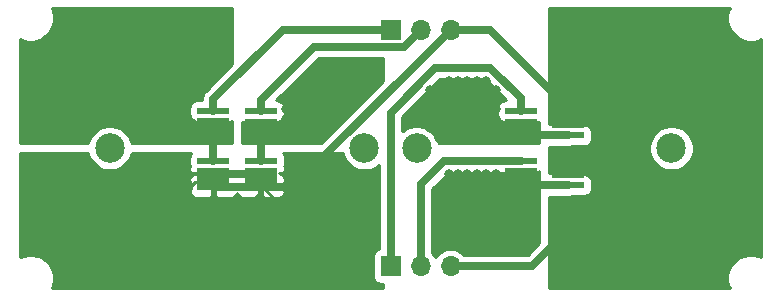
<source format=gtl>
G04 #@! TF.GenerationSoftware,KiCad,Pcbnew,(5.1.0)-1*
G04 #@! TF.CreationDate,2019-09-12T18:25:11+05:30*
G04 #@! TF.ProjectId,SenseCam_SFH4715AS_rev1,53656e73-6543-4616-9d5f-534648343731,rev?*
G04 #@! TF.SameCoordinates,Original*
G04 #@! TF.FileFunction,Copper,L1,Top*
G04 #@! TF.FilePolarity,Positive*
%FSLAX46Y46*%
G04 Gerber Fmt 4.6, Leading zero omitted, Abs format (unit mm)*
G04 Created by KiCad (PCBNEW (5.1.0)-1) date 2019-09-12 18:25:11*
%MOMM*%
%LPD*%
G04 APERTURE LIST*
%ADD10R,2.800000X0.350000*%
%ADD11R,2.800000X0.550000*%
%ADD12R,2.800000X1.000000*%
%ADD13O,1.700000X1.700000*%
%ADD14R,1.700000X1.700000*%
%ADD15C,2.500000*%
%ADD16C,0.800000*%
%ADD17C,0.700000*%
%ADD18C,0.250000*%
%ADD19C,0.254000*%
G04 APERTURE END LIST*
D10*
X31500000Y-21675000D03*
D11*
X31500000Y-19875000D03*
X31500000Y-22125000D03*
D12*
X31500000Y-21000000D03*
D10*
X27500000Y-21650000D03*
D11*
X27500000Y-19850000D03*
X27500000Y-22100000D03*
D12*
X27500000Y-20975000D03*
D10*
X53500000Y-25875000D03*
D11*
X53500000Y-24075000D03*
X53500000Y-26325000D03*
D12*
X53500000Y-25200000D03*
D10*
X53500000Y-21675000D03*
D11*
X53500000Y-19875000D03*
X53500000Y-22125000D03*
D12*
X53500000Y-21000000D03*
X31500000Y-25200000D03*
D11*
X31500000Y-26325000D03*
X31500000Y-24075000D03*
D10*
X31500000Y-25875000D03*
D12*
X27500000Y-25200000D03*
D11*
X27500000Y-26325000D03*
X27500000Y-24075000D03*
D10*
X27500000Y-25875000D03*
D12*
X57500000Y-25000000D03*
D11*
X57500000Y-23875000D03*
X57500000Y-26125000D03*
D10*
X57500000Y-24325000D03*
D12*
X57500000Y-20800000D03*
D11*
X57500000Y-19675000D03*
X57500000Y-21925000D03*
D10*
X57500000Y-20125000D03*
D13*
X47580000Y-13000000D03*
X45040000Y-13000000D03*
D14*
X42500000Y-13000000D03*
X42500000Y-33000000D03*
D13*
X45040000Y-33000000D03*
X47580000Y-33000000D03*
D15*
X18725000Y-23000000D03*
X40275000Y-23000000D03*
X66275000Y-23000000D03*
X44725000Y-23000000D03*
D16*
X33600000Y-22100000D03*
X34400000Y-22100000D03*
X35200000Y-22100000D03*
X36000000Y-22100000D03*
X36800000Y-22100000D03*
X36800000Y-21300000D03*
X36000000Y-21300000D03*
X35200000Y-21300000D03*
X34400000Y-21300000D03*
X33600000Y-21300000D03*
X33600000Y-20500000D03*
X34400000Y-20500000D03*
X35200000Y-20500000D03*
X36000000Y-20500000D03*
X36800000Y-20500000D03*
X36800000Y-19700000D03*
X36000000Y-19700000D03*
X35200000Y-19700000D03*
X34400000Y-19700000D03*
X33600000Y-19700000D03*
X33600000Y-18900000D03*
X34400000Y-18900000D03*
X35200000Y-18900000D03*
X36000000Y-18900000D03*
X36800000Y-18900000D03*
X34400000Y-18100000D03*
X35200000Y-18100000D03*
X36000000Y-18100000D03*
X36800000Y-18100000D03*
X37600000Y-18100000D03*
X37600000Y-18900000D03*
X37600000Y-19700000D03*
X37600000Y-20500000D03*
X37600000Y-21300000D03*
X25000000Y-22100000D03*
X24200000Y-22100000D03*
X23400000Y-22100000D03*
X22600000Y-22100000D03*
X21800000Y-22100000D03*
X21000000Y-22100000D03*
X25000000Y-21300000D03*
X25000000Y-20500000D03*
X24200000Y-20500000D03*
X24200000Y-21300000D03*
X23400000Y-21300000D03*
X22600000Y-21300000D03*
X21800000Y-21300000D03*
X21000000Y-21300000D03*
X21000000Y-20500000D03*
X21800000Y-20500000D03*
X22600000Y-20500000D03*
X23400000Y-20500000D03*
X25000000Y-19700000D03*
X24200000Y-19700000D03*
X23400000Y-19700000D03*
X22600000Y-19700000D03*
X21800000Y-19700000D03*
X21000000Y-19700000D03*
X21000000Y-18900000D03*
X21800000Y-18900000D03*
X22600000Y-18900000D03*
X23400000Y-18900000D03*
X24200000Y-18900000D03*
X25000000Y-18900000D03*
X21000000Y-18100000D03*
X21000000Y-17300000D03*
X21000000Y-16500000D03*
X21800000Y-16500000D03*
X21800000Y-17300000D03*
X21800000Y-18100000D03*
X22600000Y-18100000D03*
X23400000Y-18100000D03*
X24200000Y-18100000D03*
X25000000Y-18100000D03*
X25800000Y-18100000D03*
X26600000Y-18100000D03*
X26600000Y-17300000D03*
X25800000Y-17300000D03*
X25000000Y-17300000D03*
X24200000Y-17300000D03*
X23400000Y-17300000D03*
X22600000Y-17300000D03*
X22600000Y-16500000D03*
X23400000Y-16500000D03*
X24200000Y-16500000D03*
X25000000Y-16500000D03*
X25800000Y-16500000D03*
X26600000Y-16500000D03*
X51400000Y-25200000D03*
X50600000Y-25200000D03*
X49800000Y-25200000D03*
X49000000Y-25200000D03*
X48200000Y-25200000D03*
X47400000Y-25200000D03*
X47400000Y-26000000D03*
X48200000Y-26000000D03*
X49000000Y-26000000D03*
X49800000Y-26000000D03*
X50600000Y-26000000D03*
X51400000Y-26000000D03*
X51400000Y-26800000D03*
X50600000Y-26800000D03*
X49800000Y-26800000D03*
X49000000Y-26800000D03*
X48200000Y-26800000D03*
X47400000Y-26800000D03*
X47400000Y-27600000D03*
X48200000Y-27600000D03*
X49000000Y-27600000D03*
X49800000Y-27600000D03*
X50600000Y-27600000D03*
X51400000Y-27600000D03*
X52200000Y-27600000D03*
X53000000Y-27600000D03*
X53800000Y-27600000D03*
X53800000Y-28400000D03*
X53000000Y-28400000D03*
X52200000Y-28400000D03*
X51400000Y-28400000D03*
X50600000Y-28400000D03*
X49800000Y-28400000D03*
X49000000Y-28400000D03*
X48200000Y-28400000D03*
X47400000Y-28400000D03*
X47400000Y-29200000D03*
X48200000Y-29200000D03*
X49000000Y-29200000D03*
X49800000Y-29200000D03*
X50600000Y-29200000D03*
X51400000Y-29200000D03*
X52200000Y-29200000D03*
X53000000Y-29200000D03*
X53800000Y-29200000D03*
X51400000Y-22100000D03*
X50600000Y-22100000D03*
X49800000Y-22100000D03*
X49000000Y-22100000D03*
X48200000Y-22100000D03*
X47400000Y-22100000D03*
X46600000Y-22100000D03*
X46600000Y-21300000D03*
X46600000Y-20500000D03*
X46600000Y-19700000D03*
X46600000Y-18900000D03*
X47400000Y-18900000D03*
X47400000Y-19700000D03*
X47400000Y-20500000D03*
X47400000Y-21300000D03*
X48200000Y-21300000D03*
X49000000Y-21300000D03*
X49800000Y-21300000D03*
X50600000Y-21300000D03*
X51400000Y-21300000D03*
X51400000Y-20500000D03*
X50600000Y-20500000D03*
X49800000Y-20500000D03*
X49000000Y-20500000D03*
X48200000Y-20500000D03*
X48200000Y-19700000D03*
X48200000Y-18900000D03*
X49000000Y-18900000D03*
X49000000Y-19700000D03*
X49800000Y-19700000D03*
X50600000Y-19700000D03*
X51400000Y-19700000D03*
X51400000Y-18900000D03*
X50600000Y-18900000D03*
X49800000Y-18900000D03*
X45800000Y-21300000D03*
X45800000Y-20500000D03*
X45800000Y-19700000D03*
X45800000Y-18900000D03*
X45800000Y-18100000D03*
X46600000Y-18100000D03*
X47400000Y-18100000D03*
X48200000Y-18100000D03*
X49000000Y-18100000D03*
X49800000Y-18100000D03*
X50600000Y-18100000D03*
X50600000Y-17300000D03*
X49800000Y-17300000D03*
X49000000Y-17300000D03*
X48200000Y-17300000D03*
X47400000Y-17300000D03*
X51400000Y-18100000D03*
X25000000Y-25200000D03*
X25000000Y-26000000D03*
X25000000Y-26800000D03*
X25000000Y-27600000D03*
X25800000Y-27600000D03*
X26600000Y-27600000D03*
X27400000Y-27600000D03*
X28200000Y-27600000D03*
X29000000Y-27600000D03*
X29800000Y-27600000D03*
X30600000Y-27600000D03*
X31400000Y-27600000D03*
X32200000Y-27600000D03*
X33000000Y-27600000D03*
X33000000Y-28400000D03*
X32200000Y-28400000D03*
X31400000Y-28400000D03*
X30600000Y-28400000D03*
X29800000Y-28400000D03*
X29000000Y-28400000D03*
X28200000Y-28400000D03*
X27400000Y-28400000D03*
X26600000Y-28400000D03*
X25800000Y-28400000D03*
X25000000Y-28400000D03*
X24200000Y-28400000D03*
X24200000Y-27600000D03*
X24200000Y-26800000D03*
X24200000Y-26000000D03*
X24200000Y-25200000D03*
X23400000Y-25200000D03*
X23400000Y-26000000D03*
X23400000Y-26800000D03*
X23400000Y-27600000D03*
X23400000Y-28400000D03*
X23400000Y-29200000D03*
X24200000Y-29200000D03*
X25000000Y-29200000D03*
X25800000Y-29200000D03*
X26600000Y-29200000D03*
X27400000Y-29200000D03*
X28200000Y-29200000D03*
X29000000Y-29200000D03*
X29800000Y-29200000D03*
X30600000Y-29200000D03*
X31400000Y-29200000D03*
X32200000Y-29200000D03*
X33000000Y-29200000D03*
X60700000Y-21000000D03*
X60700000Y-21800000D03*
X60700000Y-22600000D03*
X60700000Y-23400000D03*
X60700000Y-24200000D03*
X60700000Y-25000000D03*
X60700000Y-25800000D03*
X60700000Y-28200000D03*
X60700000Y-26600000D03*
X60700000Y-27400000D03*
X60700000Y-29000000D03*
X60700000Y-29800000D03*
X60700000Y-30600000D03*
X60700000Y-31400000D03*
X60700000Y-32200000D03*
X61500000Y-32200000D03*
X61500000Y-31400000D03*
X61500000Y-30600000D03*
X61500000Y-29800000D03*
X61500000Y-29000000D03*
X61500000Y-28200000D03*
X61500000Y-27400000D03*
X61500000Y-26600000D03*
X61500000Y-25800000D03*
X61500000Y-25000000D03*
X61500000Y-24200000D03*
X61500000Y-23400000D03*
X61500000Y-22600000D03*
X61500000Y-21800000D03*
X61500000Y-21000000D03*
X60700000Y-20200000D03*
X60700000Y-19400000D03*
X60700000Y-18600000D03*
X59900000Y-18600000D03*
X59100000Y-18600000D03*
X58300000Y-18600000D03*
X58300000Y-17800000D03*
X59100000Y-17800000D03*
X59900000Y-17800000D03*
X60700000Y-17800000D03*
X61500000Y-17800000D03*
X61500000Y-18600000D03*
X61500000Y-19400000D03*
X61500000Y-20200000D03*
X58300000Y-17000000D03*
X59100000Y-17000000D03*
X59900000Y-17000000D03*
X60700000Y-17000000D03*
X61500000Y-17000000D03*
X62300000Y-17000000D03*
X62300000Y-17800000D03*
X62300000Y-18600000D03*
X62300000Y-19400000D03*
X62300000Y-20200000D03*
X62300000Y-21000000D03*
X62300000Y-21800000D03*
X62300000Y-22600000D03*
X62300000Y-23400000D03*
X62300000Y-24200000D03*
X62300000Y-25000000D03*
X62300000Y-25800000D03*
X62300000Y-26600000D03*
X62300000Y-27400000D03*
X62300000Y-28200000D03*
X62300000Y-29000000D03*
X62300000Y-29800000D03*
X62300000Y-30600000D03*
X62300000Y-31400000D03*
X62300000Y-32200000D03*
D17*
X31500000Y-21675000D02*
X31500000Y-24075000D01*
D18*
X31500000Y-22125000D02*
X33575000Y-22125000D01*
X33575000Y-22125000D02*
X33600000Y-22100000D01*
X34400000Y-22100000D02*
X35200000Y-22100000D01*
X36000000Y-22100000D02*
X36800000Y-22100000D01*
X36800000Y-21300000D02*
X36000000Y-21300000D01*
X35200000Y-21300000D02*
X34400000Y-21300000D01*
X31800000Y-21300000D02*
X31500000Y-21000000D01*
X33600000Y-21300000D02*
X31800000Y-21300000D01*
X33600000Y-21300000D02*
X33600000Y-20500000D01*
X34400000Y-20500000D02*
X35200000Y-20500000D01*
X36000000Y-20500000D02*
X36800000Y-20500000D01*
X36800000Y-19700000D02*
X36000000Y-19700000D01*
X35200000Y-19700000D02*
X34400000Y-19700000D01*
X33600000Y-19700000D02*
X33600000Y-18900000D01*
X34400000Y-18900000D02*
X35200000Y-18900000D01*
X36000000Y-18900000D02*
X36800000Y-18900000D01*
X34400000Y-18100000D02*
X35200000Y-18100000D01*
X36000000Y-18100000D02*
X36800000Y-18100000D01*
X37600000Y-18100000D02*
X37600000Y-18900000D01*
X37600000Y-19700000D02*
X37600000Y-20500000D01*
X37600000Y-21300000D02*
X36800000Y-21300000D01*
D17*
X43639999Y-14400001D02*
X44120000Y-13920000D01*
X35999999Y-14400001D02*
X43639999Y-14400001D01*
X31500000Y-18900000D02*
X35999999Y-14400001D01*
X31500000Y-19875000D02*
X31500000Y-18900000D01*
X44120000Y-13920000D02*
X45040000Y-13000000D01*
X28450000Y-21925000D02*
X27500000Y-20975000D01*
X27500000Y-22100000D02*
X27500000Y-24075000D01*
D18*
X27500000Y-22100000D02*
X25000000Y-22100000D01*
X24200000Y-22100000D02*
X23400000Y-22100000D01*
X22600000Y-22100000D02*
X21800000Y-22100000D01*
X25000000Y-22100000D02*
X25000000Y-21300000D01*
X25000000Y-20500000D02*
X24200000Y-20500000D01*
X24200000Y-21300000D02*
X23400000Y-21300000D01*
X22600000Y-21300000D02*
X21800000Y-21300000D01*
X21000000Y-21300000D02*
X21000000Y-20500000D01*
X21800000Y-20500000D02*
X22600000Y-20500000D01*
X23400000Y-20500000D02*
X24200000Y-20500000D01*
X25000000Y-20500000D02*
X25000000Y-19700000D01*
X24200000Y-19700000D02*
X23400000Y-19700000D01*
X23400000Y-19700000D02*
X22600000Y-19700000D01*
X21800000Y-19700000D02*
X21000000Y-19700000D01*
X21000000Y-18900000D02*
X21800000Y-18900000D01*
X22600000Y-18900000D02*
X23400000Y-18900000D01*
X24200000Y-18900000D02*
X25000000Y-18900000D01*
X21000000Y-18900000D02*
X21000000Y-18100000D01*
X21000000Y-17300000D02*
X21000000Y-16500000D01*
X21800000Y-16500000D02*
X21800000Y-17300000D01*
X21800000Y-18100000D02*
X22600000Y-18100000D01*
X23400000Y-18100000D02*
X24200000Y-18100000D01*
X25000000Y-18100000D02*
X25800000Y-18100000D01*
X26600000Y-18100000D02*
X26600000Y-17300000D01*
X25800000Y-17300000D02*
X25000000Y-17300000D01*
X24200000Y-17300000D02*
X23400000Y-17300000D01*
X22600000Y-17300000D02*
X22600000Y-16500000D01*
X23400000Y-16500000D02*
X24200000Y-16500000D01*
X25000000Y-16500000D02*
X25800000Y-16500000D01*
X26600000Y-16500000D02*
X26600000Y-17300000D01*
D17*
X40950000Y-13000000D02*
X42500000Y-13000000D01*
X33375000Y-13000000D02*
X40950000Y-13000000D01*
X27500000Y-18875000D02*
X33375000Y-13000000D01*
X27500000Y-19850000D02*
X27500000Y-18875000D01*
X54425000Y-26125000D02*
X53500000Y-25200000D01*
X57500000Y-26125000D02*
X54425000Y-26125000D01*
D18*
X53500000Y-25200000D02*
X51400000Y-25200000D01*
X50600000Y-25200000D02*
X49800000Y-25200000D01*
X49000000Y-25200000D02*
X48200000Y-25200000D01*
X47400000Y-25200000D02*
X47400000Y-26000000D01*
X48200000Y-26000000D02*
X49000000Y-26000000D01*
X49800000Y-26000000D02*
X50600000Y-26000000D01*
X51400000Y-26000000D02*
X51400000Y-26800000D01*
X50600000Y-26800000D02*
X49800000Y-26800000D01*
X49000000Y-26800000D02*
X48200000Y-26800000D01*
X47400000Y-26800000D02*
X47400000Y-27600000D01*
X48200000Y-27600000D02*
X49000000Y-27600000D01*
X49800000Y-27600000D02*
X50600000Y-27600000D01*
X51400000Y-27600000D02*
X52200000Y-27600000D01*
X53000000Y-27600000D02*
X53800000Y-27600000D01*
X53800000Y-28400000D02*
X53000000Y-28400000D01*
X53000000Y-28400000D02*
X52200000Y-28400000D01*
X51400000Y-28400000D02*
X50600000Y-28400000D01*
X49800000Y-28400000D02*
X49000000Y-28400000D01*
X48200000Y-28400000D02*
X47400000Y-28400000D01*
X47400000Y-29200000D02*
X48200000Y-29200000D01*
X49000000Y-29200000D02*
X49800000Y-29200000D01*
X50600000Y-29200000D02*
X51400000Y-29200000D01*
X52200000Y-29200000D02*
X53000000Y-29200000D01*
X53800000Y-29200000D02*
X53800000Y-28400000D01*
D17*
X45040000Y-33000000D02*
X45040000Y-26060000D01*
X47025000Y-24075000D02*
X53500000Y-24075000D01*
X45040000Y-26060000D02*
X47025000Y-24075000D01*
X54425000Y-21925000D02*
X57500000Y-21925000D01*
X53500000Y-21000000D02*
X54425000Y-21925000D01*
D18*
X53500000Y-22125000D02*
X51425000Y-22125000D01*
X51425000Y-22125000D02*
X51400000Y-22100000D01*
X50600000Y-22100000D02*
X49800000Y-22100000D01*
X49000000Y-22100000D02*
X48200000Y-22100000D01*
X47400000Y-22100000D02*
X46600000Y-22100000D01*
X46600000Y-21300000D02*
X46600000Y-20500000D01*
X46600000Y-19700000D02*
X46600000Y-18900000D01*
X47400000Y-18900000D02*
X47400000Y-19700000D01*
X47400000Y-20500000D02*
X47400000Y-21300000D01*
X48200000Y-21300000D02*
X49000000Y-21300000D01*
X49800000Y-21300000D02*
X50600000Y-21300000D01*
X51400000Y-21300000D02*
X51400000Y-20500000D01*
X50600000Y-20500000D02*
X49800000Y-20500000D01*
X49000000Y-20500000D02*
X48200000Y-20500000D01*
X48200000Y-19700000D02*
X48200000Y-18900000D01*
X49000000Y-18900000D02*
X49000000Y-19700000D01*
X49800000Y-19700000D02*
X50600000Y-19700000D01*
X51400000Y-19700000D02*
X51400000Y-18900000D01*
X49800000Y-18900000D02*
X49000000Y-18900000D01*
X46600000Y-21300000D02*
X45800000Y-21300000D01*
X45800000Y-20500000D02*
X45800000Y-19700000D01*
X45800000Y-18900000D02*
X45800000Y-18100000D01*
X46600000Y-18100000D02*
X47400000Y-18100000D01*
X48200000Y-18100000D02*
X49000000Y-18100000D01*
X49800000Y-18100000D02*
X50600000Y-18100000D01*
X50600000Y-17300000D02*
X49800000Y-17300000D01*
X49000000Y-17300000D02*
X48200000Y-17300000D01*
X50600000Y-18100000D02*
X51400000Y-18100000D01*
D17*
X53500000Y-18900000D02*
X53500000Y-19875000D01*
X53500000Y-18793998D02*
X53500000Y-18900000D01*
X50906002Y-16200000D02*
X53500000Y-18793998D01*
X46293998Y-16200000D02*
X50906002Y-16200000D01*
X42500000Y-19993998D02*
X46293998Y-16200000D01*
X42500000Y-33000000D02*
X42500000Y-19993998D01*
X27500000Y-25200000D02*
X31500000Y-25200000D01*
X27500000Y-26325000D02*
X31500000Y-26325000D01*
X34255000Y-26325000D02*
X47580000Y-13000000D01*
X31500000Y-26325000D02*
X34255000Y-26325000D01*
X57500000Y-20125000D02*
X58725000Y-20125000D01*
X54500000Y-33000000D02*
X47580000Y-33000000D01*
X60000000Y-23925000D02*
X60000000Y-23300000D01*
X59600000Y-24325000D02*
X60000000Y-23925000D01*
X57500000Y-24325000D02*
X59600000Y-24325000D01*
X57500000Y-19600000D02*
X57500000Y-20800000D01*
X50900000Y-13000000D02*
X57500000Y-19600000D01*
X47580000Y-13000000D02*
X50900000Y-13000000D01*
D18*
X27500000Y-25200000D02*
X25000000Y-25200000D01*
X25000000Y-26000000D02*
X25000000Y-26800000D01*
X25000000Y-27600000D02*
X25800000Y-27600000D01*
X26600000Y-27600000D02*
X27400000Y-27600000D01*
X28200000Y-27600000D02*
X29000000Y-27600000D01*
X30600000Y-27600000D02*
X31400000Y-27600000D01*
X32200000Y-27600000D02*
X33000000Y-27600000D01*
X33000000Y-28400000D02*
X32200000Y-28400000D01*
X31400000Y-28400000D02*
X30600000Y-28400000D01*
X29800000Y-28400000D02*
X29000000Y-28400000D01*
X28200000Y-28400000D02*
X27400000Y-28400000D01*
X26600000Y-28400000D02*
X25800000Y-28400000D01*
X25000000Y-28400000D02*
X24200000Y-28400000D01*
X24200000Y-27600000D02*
X24200000Y-26800000D01*
X24200000Y-26000000D02*
X24200000Y-25200000D01*
X23400000Y-25200000D02*
X23400000Y-26000000D01*
X23400000Y-26800000D02*
X23400000Y-27600000D01*
X23400000Y-28400000D02*
X23400000Y-29200000D01*
X24200000Y-29200000D02*
X25000000Y-29200000D01*
X25800000Y-29200000D02*
X26600000Y-29200000D01*
X27400000Y-29200000D02*
X28200000Y-29200000D01*
X29000000Y-29200000D02*
X29800000Y-29200000D01*
X30600000Y-29200000D02*
X31400000Y-29200000D01*
X32200000Y-29200000D02*
X33000000Y-29200000D01*
X31500000Y-26100000D02*
X33000000Y-27600000D01*
X31500000Y-25875000D02*
X31500000Y-26100000D01*
X31500000Y-26700000D02*
X30600000Y-27600000D01*
X31500000Y-26325000D02*
X31500000Y-26700000D01*
X27500000Y-27500000D02*
X27400000Y-27600000D01*
X27500000Y-25200000D02*
X27500000Y-27500000D01*
X26365685Y-27600000D02*
X25800000Y-27600000D01*
X26750000Y-27600000D02*
X26365685Y-27600000D01*
X27500000Y-26850000D02*
X26750000Y-27600000D01*
X27500000Y-26325000D02*
X27500000Y-26850000D01*
X25925000Y-25875000D02*
X27500000Y-25875000D01*
X25000000Y-26800000D02*
X25925000Y-25875000D01*
D17*
X60000000Y-23300000D02*
X60000000Y-21400000D01*
D18*
X60700000Y-21000000D02*
X60700000Y-21800000D01*
X60700000Y-22600000D02*
X60700000Y-23400000D01*
X60700000Y-24200000D02*
X60700000Y-25000000D01*
X60100000Y-25800000D02*
X60700000Y-25800000D01*
X60000000Y-25700000D02*
X60100000Y-25800000D01*
D17*
X60000000Y-27500000D02*
X60000000Y-25700000D01*
D18*
X60300001Y-24600001D02*
X60700000Y-25000000D01*
X60199999Y-24600001D02*
X60300001Y-24600001D01*
X60000000Y-24800000D02*
X60199999Y-24600001D01*
D17*
X60000000Y-24800000D02*
X60000000Y-23300000D01*
X60000000Y-25700000D02*
X60000000Y-24800000D01*
D18*
X59550000Y-28150000D02*
X59550000Y-27950000D01*
D17*
X60000000Y-27500000D02*
X59550000Y-27950000D01*
D18*
X58900000Y-28700000D02*
X58900000Y-28600000D01*
D17*
X59550000Y-27950000D02*
X58900000Y-28600000D01*
D18*
X59650000Y-20850000D02*
X59650000Y-21050000D01*
D17*
X60000000Y-21400000D02*
X59650000Y-21050000D01*
X59650000Y-21050000D02*
X58725000Y-20125000D01*
D18*
X60700000Y-27400000D02*
X60700000Y-28200000D01*
X60700000Y-25800000D02*
X60700000Y-26600000D01*
X60700000Y-29000000D02*
X60700000Y-29800000D01*
X60700000Y-30600000D02*
X60700000Y-31400000D01*
X60700000Y-32200000D02*
X61500000Y-32200000D01*
X61500000Y-31400000D02*
X61500000Y-30600000D01*
X61500000Y-29800000D02*
X61500000Y-29000000D01*
X61500000Y-29000000D02*
X61500000Y-28200000D01*
X61500000Y-27400000D02*
X61500000Y-26600000D01*
X61500000Y-25800000D02*
X61500000Y-25000000D01*
X61500000Y-24200000D02*
X61500000Y-23400000D01*
X61500000Y-22600000D02*
X61500000Y-21800000D01*
X60700000Y-20200000D02*
X60700000Y-19400000D01*
X60700000Y-18600000D02*
X59900000Y-18600000D01*
X59100000Y-18600000D02*
X58300000Y-18600000D01*
X58300000Y-17800000D02*
X59100000Y-17800000D01*
X59900000Y-17800000D02*
X60700000Y-17800000D01*
X61500000Y-17800000D02*
X61500000Y-18600000D01*
X61500000Y-19400000D02*
X61500000Y-20200000D01*
X58300000Y-17000000D02*
X59100000Y-17000000D01*
X59900000Y-17000000D02*
X60700000Y-17000000D01*
X61500000Y-17000000D02*
X62300000Y-17000000D01*
X62300000Y-17800000D02*
X62300000Y-18600000D01*
X62300000Y-19400000D02*
X62300000Y-20200000D01*
X62300000Y-21000000D02*
X62300000Y-21800000D01*
X62300000Y-22600000D02*
X62300000Y-23400000D01*
X62300000Y-24200000D02*
X62300000Y-25000000D01*
X62300000Y-25800000D02*
X62300000Y-26600000D01*
X62300000Y-27400000D02*
X62300000Y-28200000D01*
X62300000Y-29000000D02*
X62300000Y-29800000D01*
X62300000Y-30600000D02*
X62300000Y-31400000D01*
X62300000Y-32200000D02*
X61500000Y-32200000D01*
X57500000Y-19400000D02*
X58300000Y-18600000D01*
X57500000Y-19675000D02*
X57500000Y-19400000D01*
X59300000Y-20800000D02*
X60700000Y-19400000D01*
X57500000Y-20800000D02*
X59300000Y-20800000D01*
X59400001Y-30200001D02*
X58350000Y-29150000D01*
X60300001Y-30200001D02*
X59400001Y-30200001D01*
X60700000Y-30600000D02*
X60300001Y-30200001D01*
D17*
X58900000Y-28600000D02*
X58350000Y-29150000D01*
D18*
X59600000Y-32200000D02*
X57450000Y-30050000D01*
X60700000Y-32200000D02*
X59600000Y-32200000D01*
D17*
X58350000Y-29150000D02*
X57450000Y-30050000D01*
X57450000Y-30050000D02*
X54500000Y-33000000D01*
D19*
G36*
X29073000Y-15909000D02*
G01*
X26837711Y-18144289D01*
X26800131Y-18175130D01*
X26677041Y-18325116D01*
X26628152Y-18416581D01*
X26585576Y-18496234D01*
X26529253Y-18681907D01*
X26510235Y-18875000D01*
X26515001Y-18923389D01*
X26515001Y-18936928D01*
X26100000Y-18936928D01*
X25975518Y-18949188D01*
X25855820Y-18985498D01*
X25745506Y-19044463D01*
X25648815Y-19123815D01*
X25569463Y-19220506D01*
X25510498Y-19330820D01*
X25474188Y-19450518D01*
X25461928Y-19575000D01*
X25461928Y-20125000D01*
X25474188Y-20249482D01*
X25510498Y-20369180D01*
X25569463Y-20479494D01*
X25648815Y-20576185D01*
X25745506Y-20655537D01*
X25855820Y-20714502D01*
X25975518Y-20750812D01*
X26100000Y-20763072D01*
X27118704Y-20763072D01*
X27121233Y-20764424D01*
X27306906Y-20820747D01*
X27500000Y-20839765D01*
X27693093Y-20820747D01*
X27878766Y-20764424D01*
X27881295Y-20763072D01*
X28900000Y-20763072D01*
X29024482Y-20750812D01*
X29073000Y-20736094D01*
X29073000Y-22573000D01*
X20561994Y-22573000D01*
X20537561Y-22450166D01*
X20395466Y-22107118D01*
X20189175Y-21798382D01*
X19926618Y-21535825D01*
X19617882Y-21329534D01*
X19274834Y-21187439D01*
X18910656Y-21115000D01*
X18539344Y-21115000D01*
X18175166Y-21187439D01*
X17832118Y-21329534D01*
X17523382Y-21535825D01*
X17260825Y-21798382D01*
X17054534Y-22107118D01*
X16912439Y-22450166D01*
X16888006Y-22573000D01*
X11127000Y-22573000D01*
X11127000Y-13786941D01*
X11420997Y-13908718D01*
X11804495Y-13985000D01*
X12195505Y-13985000D01*
X12579003Y-13908718D01*
X12940250Y-13759085D01*
X13265364Y-13541851D01*
X13541851Y-13265364D01*
X13759085Y-12940250D01*
X13908718Y-12579003D01*
X13985000Y-12195505D01*
X13985000Y-11804495D01*
X13908718Y-11420997D01*
X13786941Y-11127000D01*
X29073000Y-11127000D01*
X29073000Y-15909000D01*
X29073000Y-15909000D01*
G37*
X29073000Y-15909000D02*
X26837711Y-18144289D01*
X26800131Y-18175130D01*
X26677041Y-18325116D01*
X26628152Y-18416581D01*
X26585576Y-18496234D01*
X26529253Y-18681907D01*
X26510235Y-18875000D01*
X26515001Y-18923389D01*
X26515001Y-18936928D01*
X26100000Y-18936928D01*
X25975518Y-18949188D01*
X25855820Y-18985498D01*
X25745506Y-19044463D01*
X25648815Y-19123815D01*
X25569463Y-19220506D01*
X25510498Y-19330820D01*
X25474188Y-19450518D01*
X25461928Y-19575000D01*
X25461928Y-20125000D01*
X25474188Y-20249482D01*
X25510498Y-20369180D01*
X25569463Y-20479494D01*
X25648815Y-20576185D01*
X25745506Y-20655537D01*
X25855820Y-20714502D01*
X25975518Y-20750812D01*
X26100000Y-20763072D01*
X27118704Y-20763072D01*
X27121233Y-20764424D01*
X27306906Y-20820747D01*
X27500000Y-20839765D01*
X27693093Y-20820747D01*
X27878766Y-20764424D01*
X27881295Y-20763072D01*
X28900000Y-20763072D01*
X29024482Y-20750812D01*
X29073000Y-20736094D01*
X29073000Y-22573000D01*
X20561994Y-22573000D01*
X20537561Y-22450166D01*
X20395466Y-22107118D01*
X20189175Y-21798382D01*
X19926618Y-21535825D01*
X19617882Y-21329534D01*
X19274834Y-21187439D01*
X18910656Y-21115000D01*
X18539344Y-21115000D01*
X18175166Y-21187439D01*
X17832118Y-21329534D01*
X17523382Y-21535825D01*
X17260825Y-21798382D01*
X17054534Y-22107118D01*
X16912439Y-22450166D01*
X16888006Y-22573000D01*
X11127000Y-22573000D01*
X11127000Y-13786941D01*
X11420997Y-13908718D01*
X11804495Y-13985000D01*
X12195505Y-13985000D01*
X12579003Y-13908718D01*
X12940250Y-13759085D01*
X13265364Y-13541851D01*
X13541851Y-13265364D01*
X13759085Y-12940250D01*
X13908718Y-12579003D01*
X13985000Y-12195505D01*
X13985000Y-11804495D01*
X13908718Y-11420997D01*
X13786941Y-11127000D01*
X29073000Y-11127000D01*
X29073000Y-15909000D01*
G36*
X16912439Y-23549834D02*
G01*
X17054534Y-23892882D01*
X17260825Y-24201618D01*
X17523382Y-24464175D01*
X17832118Y-24670466D01*
X18175166Y-24812561D01*
X18539344Y-24885000D01*
X18910656Y-24885000D01*
X19274834Y-24812561D01*
X19617882Y-24670466D01*
X19926618Y-24464175D01*
X20189175Y-24201618D01*
X20395466Y-23892882D01*
X20537561Y-23549834D01*
X20561994Y-23427000D01*
X25584650Y-23427000D01*
X25569463Y-23445506D01*
X25510498Y-23555820D01*
X25474188Y-23675518D01*
X25461928Y-23800000D01*
X25461928Y-24350000D01*
X25474188Y-24474482D01*
X25489512Y-24525000D01*
X25474188Y-24575518D01*
X25461928Y-24700000D01*
X25465000Y-24914250D01*
X25623750Y-25073000D01*
X25982037Y-25073000D01*
X25981308Y-25073065D01*
X25861279Y-25108267D01*
X25750425Y-25166209D01*
X25653004Y-25244664D01*
X25572762Y-25340618D01*
X25527735Y-25423015D01*
X25465000Y-25485750D01*
X25461928Y-25700000D01*
X25474188Y-25824482D01*
X25489495Y-25874943D01*
X25474581Y-25923560D01*
X25465000Y-26039250D01*
X25486250Y-26060500D01*
X25465000Y-26081750D01*
X25475366Y-26180261D01*
X25512780Y-26299618D01*
X25572762Y-26409382D01*
X25615391Y-26460359D01*
X25465000Y-26610750D01*
X25474581Y-26726440D01*
X25511265Y-26846023D01*
X25570575Y-26956152D01*
X25650229Y-27052595D01*
X25747168Y-27131644D01*
X25857666Y-27190263D01*
X25977477Y-27226198D01*
X26101997Y-27238069D01*
X27214250Y-27235000D01*
X27373000Y-27076250D01*
X27373000Y-25223750D01*
X27222250Y-25073000D01*
X27373000Y-25073000D01*
X27373000Y-25053000D01*
X27380544Y-25053000D01*
X27500000Y-25064765D01*
X27619456Y-25053000D01*
X27627000Y-25053000D01*
X27627000Y-25073000D01*
X27777750Y-25073000D01*
X27627000Y-25223750D01*
X27627000Y-27076250D01*
X27785750Y-27235000D01*
X28898003Y-27238069D01*
X29022523Y-27226198D01*
X29142334Y-27190263D01*
X29252832Y-27131644D01*
X29349771Y-27052595D01*
X29429425Y-26956152D01*
X29488735Y-26846023D01*
X29500000Y-26809301D01*
X29511265Y-26846023D01*
X29570575Y-26956152D01*
X29650229Y-27052595D01*
X29747168Y-27131644D01*
X29857666Y-27190263D01*
X29977477Y-27226198D01*
X30101997Y-27238069D01*
X31214250Y-27235000D01*
X31373000Y-27076250D01*
X31373000Y-25223750D01*
X31222250Y-25073000D01*
X31373000Y-25073000D01*
X31373000Y-25053000D01*
X31380544Y-25053000D01*
X31500000Y-25064765D01*
X31619456Y-25053000D01*
X31627000Y-25053000D01*
X31627000Y-25073000D01*
X31777750Y-25073000D01*
X31627000Y-25223750D01*
X31627000Y-27076250D01*
X31785750Y-27235000D01*
X32898003Y-27238069D01*
X33022523Y-27226198D01*
X33142334Y-27190263D01*
X33252832Y-27131644D01*
X33349771Y-27052595D01*
X33429425Y-26956152D01*
X33488735Y-26846023D01*
X33525419Y-26726440D01*
X33535000Y-26610750D01*
X33384609Y-26460359D01*
X33427238Y-26409382D01*
X33487220Y-26299618D01*
X33524634Y-26180261D01*
X33535000Y-26081750D01*
X33513750Y-26060500D01*
X33535000Y-26039250D01*
X33525419Y-25923560D01*
X33510505Y-25874943D01*
X33525812Y-25824482D01*
X33538072Y-25700000D01*
X33535000Y-25485750D01*
X33472265Y-25423015D01*
X33427238Y-25340618D01*
X33346996Y-25244664D01*
X33249575Y-25166209D01*
X33138721Y-25108267D01*
X33018692Y-25073065D01*
X33017963Y-25073000D01*
X33376250Y-25073000D01*
X33535000Y-24914250D01*
X33538072Y-24700000D01*
X33525812Y-24575518D01*
X33510488Y-24525000D01*
X33525812Y-24474482D01*
X33538072Y-24350000D01*
X33538072Y-23800000D01*
X33525812Y-23675518D01*
X33489502Y-23555820D01*
X33430537Y-23445506D01*
X33415350Y-23427000D01*
X38438006Y-23427000D01*
X38462439Y-23549834D01*
X38604534Y-23892882D01*
X38810825Y-24201618D01*
X39073382Y-24464175D01*
X39382118Y-24670466D01*
X39725166Y-24812561D01*
X40089344Y-24885000D01*
X40460656Y-24885000D01*
X40824834Y-24812561D01*
X41167882Y-24670466D01*
X41476618Y-24464175D01*
X41515001Y-24425792D01*
X41515000Y-31527379D01*
X41405820Y-31560498D01*
X41295506Y-31619463D01*
X41198815Y-31698815D01*
X41119463Y-31795506D01*
X41060498Y-31905820D01*
X41024188Y-32025518D01*
X41011928Y-32150000D01*
X41011928Y-33850000D01*
X41024188Y-33974482D01*
X41060498Y-34094180D01*
X41119463Y-34204494D01*
X41198815Y-34301185D01*
X41295506Y-34380537D01*
X41405820Y-34439502D01*
X41525518Y-34475812D01*
X41650000Y-34488072D01*
X41873000Y-34488072D01*
X41873000Y-34873000D01*
X13786941Y-34873000D01*
X13908718Y-34579003D01*
X13985000Y-34195505D01*
X13985000Y-33804495D01*
X13908718Y-33420997D01*
X13759085Y-33059750D01*
X13541851Y-32734636D01*
X13265364Y-32458149D01*
X12940250Y-32240915D01*
X12579003Y-32091282D01*
X12195505Y-32015000D01*
X11804495Y-32015000D01*
X11420997Y-32091282D01*
X11127000Y-32213059D01*
X11127000Y-23427000D01*
X16888006Y-23427000D01*
X16912439Y-23549834D01*
X16912439Y-23549834D01*
G37*
X16912439Y-23549834D02*
X17054534Y-23892882D01*
X17260825Y-24201618D01*
X17523382Y-24464175D01*
X17832118Y-24670466D01*
X18175166Y-24812561D01*
X18539344Y-24885000D01*
X18910656Y-24885000D01*
X19274834Y-24812561D01*
X19617882Y-24670466D01*
X19926618Y-24464175D01*
X20189175Y-24201618D01*
X20395466Y-23892882D01*
X20537561Y-23549834D01*
X20561994Y-23427000D01*
X25584650Y-23427000D01*
X25569463Y-23445506D01*
X25510498Y-23555820D01*
X25474188Y-23675518D01*
X25461928Y-23800000D01*
X25461928Y-24350000D01*
X25474188Y-24474482D01*
X25489512Y-24525000D01*
X25474188Y-24575518D01*
X25461928Y-24700000D01*
X25465000Y-24914250D01*
X25623750Y-25073000D01*
X25982037Y-25073000D01*
X25981308Y-25073065D01*
X25861279Y-25108267D01*
X25750425Y-25166209D01*
X25653004Y-25244664D01*
X25572762Y-25340618D01*
X25527735Y-25423015D01*
X25465000Y-25485750D01*
X25461928Y-25700000D01*
X25474188Y-25824482D01*
X25489495Y-25874943D01*
X25474581Y-25923560D01*
X25465000Y-26039250D01*
X25486250Y-26060500D01*
X25465000Y-26081750D01*
X25475366Y-26180261D01*
X25512780Y-26299618D01*
X25572762Y-26409382D01*
X25615391Y-26460359D01*
X25465000Y-26610750D01*
X25474581Y-26726440D01*
X25511265Y-26846023D01*
X25570575Y-26956152D01*
X25650229Y-27052595D01*
X25747168Y-27131644D01*
X25857666Y-27190263D01*
X25977477Y-27226198D01*
X26101997Y-27238069D01*
X27214250Y-27235000D01*
X27373000Y-27076250D01*
X27373000Y-25223750D01*
X27222250Y-25073000D01*
X27373000Y-25073000D01*
X27373000Y-25053000D01*
X27380544Y-25053000D01*
X27500000Y-25064765D01*
X27619456Y-25053000D01*
X27627000Y-25053000D01*
X27627000Y-25073000D01*
X27777750Y-25073000D01*
X27627000Y-25223750D01*
X27627000Y-27076250D01*
X27785750Y-27235000D01*
X28898003Y-27238069D01*
X29022523Y-27226198D01*
X29142334Y-27190263D01*
X29252832Y-27131644D01*
X29349771Y-27052595D01*
X29429425Y-26956152D01*
X29488735Y-26846023D01*
X29500000Y-26809301D01*
X29511265Y-26846023D01*
X29570575Y-26956152D01*
X29650229Y-27052595D01*
X29747168Y-27131644D01*
X29857666Y-27190263D01*
X29977477Y-27226198D01*
X30101997Y-27238069D01*
X31214250Y-27235000D01*
X31373000Y-27076250D01*
X31373000Y-25223750D01*
X31222250Y-25073000D01*
X31373000Y-25073000D01*
X31373000Y-25053000D01*
X31380544Y-25053000D01*
X31500000Y-25064765D01*
X31619456Y-25053000D01*
X31627000Y-25053000D01*
X31627000Y-25073000D01*
X31777750Y-25073000D01*
X31627000Y-25223750D01*
X31627000Y-27076250D01*
X31785750Y-27235000D01*
X32898003Y-27238069D01*
X33022523Y-27226198D01*
X33142334Y-27190263D01*
X33252832Y-27131644D01*
X33349771Y-27052595D01*
X33429425Y-26956152D01*
X33488735Y-26846023D01*
X33525419Y-26726440D01*
X33535000Y-26610750D01*
X33384609Y-26460359D01*
X33427238Y-26409382D01*
X33487220Y-26299618D01*
X33524634Y-26180261D01*
X33535000Y-26081750D01*
X33513750Y-26060500D01*
X33535000Y-26039250D01*
X33525419Y-25923560D01*
X33510505Y-25874943D01*
X33525812Y-25824482D01*
X33538072Y-25700000D01*
X33535000Y-25485750D01*
X33472265Y-25423015D01*
X33427238Y-25340618D01*
X33346996Y-25244664D01*
X33249575Y-25166209D01*
X33138721Y-25108267D01*
X33018692Y-25073065D01*
X33017963Y-25073000D01*
X33376250Y-25073000D01*
X33535000Y-24914250D01*
X33538072Y-24700000D01*
X33525812Y-24575518D01*
X33510488Y-24525000D01*
X33525812Y-24474482D01*
X33538072Y-24350000D01*
X33538072Y-23800000D01*
X33525812Y-23675518D01*
X33489502Y-23555820D01*
X33430537Y-23445506D01*
X33415350Y-23427000D01*
X38438006Y-23427000D01*
X38462439Y-23549834D01*
X38604534Y-23892882D01*
X38810825Y-24201618D01*
X39073382Y-24464175D01*
X39382118Y-24670466D01*
X39725166Y-24812561D01*
X40089344Y-24885000D01*
X40460656Y-24885000D01*
X40824834Y-24812561D01*
X41167882Y-24670466D01*
X41476618Y-24464175D01*
X41515001Y-24425792D01*
X41515000Y-31527379D01*
X41405820Y-31560498D01*
X41295506Y-31619463D01*
X41198815Y-31698815D01*
X41119463Y-31795506D01*
X41060498Y-31905820D01*
X41024188Y-32025518D01*
X41011928Y-32150000D01*
X41011928Y-33850000D01*
X41024188Y-33974482D01*
X41060498Y-34094180D01*
X41119463Y-34204494D01*
X41198815Y-34301185D01*
X41295506Y-34380537D01*
X41405820Y-34439502D01*
X41525518Y-34475812D01*
X41650000Y-34488072D01*
X41873000Y-34488072D01*
X41873000Y-34873000D01*
X13786941Y-34873000D01*
X13908718Y-34579003D01*
X13985000Y-34195505D01*
X13985000Y-33804495D01*
X13908718Y-33420997D01*
X13759085Y-33059750D01*
X13541851Y-32734636D01*
X13265364Y-32458149D01*
X12940250Y-32240915D01*
X12579003Y-32091282D01*
X12195505Y-32015000D01*
X11804495Y-32015000D01*
X11420997Y-32091282D01*
X11127000Y-32213059D01*
X11127000Y-23427000D01*
X16888006Y-23427000D01*
X16912439Y-23549834D01*
G36*
X41873000Y-17313999D02*
G01*
X36614000Y-22573000D01*
X29927000Y-22573000D01*
X29927000Y-20761094D01*
X29975518Y-20775812D01*
X30100000Y-20788072D01*
X31118704Y-20788072D01*
X31121233Y-20789424D01*
X31306906Y-20845747D01*
X31500000Y-20864765D01*
X31693093Y-20845747D01*
X31878766Y-20789424D01*
X31881295Y-20788072D01*
X32900000Y-20788072D01*
X33024482Y-20775812D01*
X33144180Y-20739502D01*
X33254494Y-20680537D01*
X33351185Y-20601185D01*
X33430537Y-20504494D01*
X33489502Y-20394180D01*
X33525812Y-20274482D01*
X33538072Y-20150000D01*
X33538072Y-19600000D01*
X33525812Y-19475518D01*
X33489502Y-19355820D01*
X33430537Y-19245506D01*
X33351185Y-19148815D01*
X33254494Y-19069463D01*
X33144180Y-19010498D01*
X33024482Y-18974188D01*
X32900000Y-18961928D01*
X32831072Y-18961928D01*
X36408000Y-15385001D01*
X41873000Y-15385001D01*
X41873000Y-17313999D01*
X41873000Y-17313999D01*
G37*
X41873000Y-17313999D02*
X36614000Y-22573000D01*
X29927000Y-22573000D01*
X29927000Y-20761094D01*
X29975518Y-20775812D01*
X30100000Y-20788072D01*
X31118704Y-20788072D01*
X31121233Y-20789424D01*
X31306906Y-20845747D01*
X31500000Y-20864765D01*
X31693093Y-20845747D01*
X31878766Y-20789424D01*
X31881295Y-20788072D01*
X32900000Y-20788072D01*
X33024482Y-20775812D01*
X33144180Y-20739502D01*
X33254494Y-20680537D01*
X33351185Y-20601185D01*
X33430537Y-20504494D01*
X33489502Y-20394180D01*
X33525812Y-20274482D01*
X33538072Y-20150000D01*
X33538072Y-19600000D01*
X33525812Y-19475518D01*
X33489502Y-19355820D01*
X33430537Y-19245506D01*
X33351185Y-19148815D01*
X33254494Y-19069463D01*
X33144180Y-19010498D01*
X33024482Y-18974188D01*
X32900000Y-18961928D01*
X32831072Y-18961928D01*
X36408000Y-15385001D01*
X41873000Y-15385001D01*
X41873000Y-17313999D01*
G36*
X71091282Y-11420997D02*
G01*
X71015000Y-11804495D01*
X71015000Y-12195505D01*
X71091282Y-12579003D01*
X71240915Y-12940250D01*
X71458149Y-13265364D01*
X71734636Y-13541851D01*
X72059750Y-13759085D01*
X72420997Y-13908718D01*
X72804495Y-13985000D01*
X73195505Y-13985000D01*
X73579003Y-13908718D01*
X73873000Y-13786941D01*
X73873000Y-32213059D01*
X73579003Y-32091282D01*
X73195505Y-32015000D01*
X72804495Y-32015000D01*
X72420997Y-32091282D01*
X72059750Y-32240915D01*
X71734636Y-32458149D01*
X71458149Y-32734636D01*
X71240915Y-33059750D01*
X71091282Y-33420997D01*
X71015000Y-33804495D01*
X71015000Y-34195505D01*
X71091282Y-34579003D01*
X71213059Y-34873000D01*
X55927000Y-34873000D01*
X55927000Y-27110000D01*
X57548380Y-27110000D01*
X57693094Y-27095747D01*
X57878767Y-27039424D01*
X57881296Y-27038072D01*
X58900000Y-27038072D01*
X59024482Y-27025812D01*
X59144180Y-26989502D01*
X59254494Y-26930537D01*
X59351185Y-26851185D01*
X59430537Y-26754494D01*
X59489502Y-26644180D01*
X59525812Y-26524482D01*
X59538072Y-26400000D01*
X59538072Y-25850000D01*
X59525812Y-25725518D01*
X59489502Y-25605820D01*
X59430537Y-25495506D01*
X59351185Y-25398815D01*
X59254494Y-25319463D01*
X59144180Y-25260498D01*
X59024482Y-25224188D01*
X58900000Y-25211928D01*
X57881296Y-25211928D01*
X57878767Y-25210576D01*
X57693094Y-25154253D01*
X57548380Y-25140000D01*
X55927000Y-25140000D01*
X55927000Y-22910000D01*
X57548380Y-22910000D01*
X57693094Y-22895747D01*
X57878767Y-22839424D01*
X57881296Y-22838072D01*
X58900000Y-22838072D01*
X59024482Y-22825812D01*
X59062286Y-22814344D01*
X64390000Y-22814344D01*
X64390000Y-23185656D01*
X64462439Y-23549834D01*
X64604534Y-23892882D01*
X64810825Y-24201618D01*
X65073382Y-24464175D01*
X65382118Y-24670466D01*
X65725166Y-24812561D01*
X66089344Y-24885000D01*
X66460656Y-24885000D01*
X66824834Y-24812561D01*
X67167882Y-24670466D01*
X67476618Y-24464175D01*
X67739175Y-24201618D01*
X67945466Y-23892882D01*
X68087561Y-23549834D01*
X68160000Y-23185656D01*
X68160000Y-22814344D01*
X68087561Y-22450166D01*
X67945466Y-22107118D01*
X67739175Y-21798382D01*
X67476618Y-21535825D01*
X67167882Y-21329534D01*
X66824834Y-21187439D01*
X66460656Y-21115000D01*
X66089344Y-21115000D01*
X65725166Y-21187439D01*
X65382118Y-21329534D01*
X65073382Y-21535825D01*
X64810825Y-21798382D01*
X64604534Y-22107118D01*
X64462439Y-22450166D01*
X64390000Y-22814344D01*
X59062286Y-22814344D01*
X59144180Y-22789502D01*
X59254494Y-22730537D01*
X59351185Y-22651185D01*
X59430537Y-22554494D01*
X59489502Y-22444180D01*
X59525812Y-22324482D01*
X59538072Y-22200000D01*
X59538072Y-21650000D01*
X59525812Y-21525518D01*
X59489502Y-21405820D01*
X59430537Y-21295506D01*
X59351185Y-21198815D01*
X59254494Y-21119463D01*
X59144180Y-21060498D01*
X59024482Y-21024188D01*
X58900000Y-21011928D01*
X57881296Y-21011928D01*
X57878767Y-21010576D01*
X57693094Y-20954253D01*
X57548380Y-20940000D01*
X55927000Y-20940000D01*
X55927000Y-11127000D01*
X71213059Y-11127000D01*
X71091282Y-11420997D01*
X71091282Y-11420997D01*
G37*
X71091282Y-11420997D02*
X71015000Y-11804495D01*
X71015000Y-12195505D01*
X71091282Y-12579003D01*
X71240915Y-12940250D01*
X71458149Y-13265364D01*
X71734636Y-13541851D01*
X72059750Y-13759085D01*
X72420997Y-13908718D01*
X72804495Y-13985000D01*
X73195505Y-13985000D01*
X73579003Y-13908718D01*
X73873000Y-13786941D01*
X73873000Y-32213059D01*
X73579003Y-32091282D01*
X73195505Y-32015000D01*
X72804495Y-32015000D01*
X72420997Y-32091282D01*
X72059750Y-32240915D01*
X71734636Y-32458149D01*
X71458149Y-32734636D01*
X71240915Y-33059750D01*
X71091282Y-33420997D01*
X71015000Y-33804495D01*
X71015000Y-34195505D01*
X71091282Y-34579003D01*
X71213059Y-34873000D01*
X55927000Y-34873000D01*
X55927000Y-27110000D01*
X57548380Y-27110000D01*
X57693094Y-27095747D01*
X57878767Y-27039424D01*
X57881296Y-27038072D01*
X58900000Y-27038072D01*
X59024482Y-27025812D01*
X59144180Y-26989502D01*
X59254494Y-26930537D01*
X59351185Y-26851185D01*
X59430537Y-26754494D01*
X59489502Y-26644180D01*
X59525812Y-26524482D01*
X59538072Y-26400000D01*
X59538072Y-25850000D01*
X59525812Y-25725518D01*
X59489502Y-25605820D01*
X59430537Y-25495506D01*
X59351185Y-25398815D01*
X59254494Y-25319463D01*
X59144180Y-25260498D01*
X59024482Y-25224188D01*
X58900000Y-25211928D01*
X57881296Y-25211928D01*
X57878767Y-25210576D01*
X57693094Y-25154253D01*
X57548380Y-25140000D01*
X55927000Y-25140000D01*
X55927000Y-22910000D01*
X57548380Y-22910000D01*
X57693094Y-22895747D01*
X57878767Y-22839424D01*
X57881296Y-22838072D01*
X58900000Y-22838072D01*
X59024482Y-22825812D01*
X59062286Y-22814344D01*
X64390000Y-22814344D01*
X64390000Y-23185656D01*
X64462439Y-23549834D01*
X64604534Y-23892882D01*
X64810825Y-24201618D01*
X65073382Y-24464175D01*
X65382118Y-24670466D01*
X65725166Y-24812561D01*
X66089344Y-24885000D01*
X66460656Y-24885000D01*
X66824834Y-24812561D01*
X67167882Y-24670466D01*
X67476618Y-24464175D01*
X67739175Y-24201618D01*
X67945466Y-23892882D01*
X68087561Y-23549834D01*
X68160000Y-23185656D01*
X68160000Y-22814344D01*
X68087561Y-22450166D01*
X67945466Y-22107118D01*
X67739175Y-21798382D01*
X67476618Y-21535825D01*
X67167882Y-21329534D01*
X66824834Y-21187439D01*
X66460656Y-21115000D01*
X66089344Y-21115000D01*
X65725166Y-21187439D01*
X65382118Y-21329534D01*
X65073382Y-21535825D01*
X64810825Y-21798382D01*
X64604534Y-22107118D01*
X64462439Y-22450166D01*
X64390000Y-22814344D01*
X59062286Y-22814344D01*
X59144180Y-22789502D01*
X59254494Y-22730537D01*
X59351185Y-22651185D01*
X59430537Y-22554494D01*
X59489502Y-22444180D01*
X59525812Y-22324482D01*
X59538072Y-22200000D01*
X59538072Y-21650000D01*
X59525812Y-21525518D01*
X59489502Y-21405820D01*
X59430537Y-21295506D01*
X59351185Y-21198815D01*
X59254494Y-21119463D01*
X59144180Y-21060498D01*
X59024482Y-21024188D01*
X58900000Y-21011928D01*
X57881296Y-21011928D01*
X57878767Y-21010576D01*
X57693094Y-20954253D01*
X57548380Y-20940000D01*
X55927000Y-20940000D01*
X55927000Y-11127000D01*
X71213059Y-11127000D01*
X71091282Y-11420997D01*
G36*
X52274930Y-18961928D02*
G01*
X52100000Y-18961928D01*
X51975518Y-18974188D01*
X51855820Y-19010498D01*
X51745506Y-19069463D01*
X51648815Y-19148815D01*
X51569463Y-19245506D01*
X51510498Y-19355820D01*
X51474188Y-19475518D01*
X51461928Y-19600000D01*
X51461928Y-20150000D01*
X51474188Y-20274482D01*
X51510498Y-20394180D01*
X51569463Y-20504494D01*
X51648815Y-20601185D01*
X51745506Y-20680537D01*
X51855820Y-20739502D01*
X51975518Y-20775812D01*
X52100000Y-20788072D01*
X53118705Y-20788072D01*
X53121234Y-20789424D01*
X53306907Y-20845747D01*
X53500000Y-20864765D01*
X53693094Y-20845747D01*
X53878767Y-20789424D01*
X53881296Y-20788072D01*
X54900000Y-20788072D01*
X55024482Y-20775812D01*
X55073000Y-20761094D01*
X55073000Y-22573000D01*
X46561994Y-22573000D01*
X46537561Y-22450166D01*
X46395466Y-22107118D01*
X46189175Y-21798382D01*
X45926618Y-21535825D01*
X45617882Y-21329534D01*
X45274834Y-21187439D01*
X44910656Y-21115000D01*
X44539344Y-21115000D01*
X44175166Y-21187439D01*
X43832118Y-21329534D01*
X43523382Y-21535825D01*
X43485000Y-21574207D01*
X43485000Y-20401998D01*
X46701998Y-17185000D01*
X50498002Y-17185000D01*
X52274930Y-18961928D01*
X52274930Y-18961928D01*
G37*
X52274930Y-18961928D02*
X52100000Y-18961928D01*
X51975518Y-18974188D01*
X51855820Y-19010498D01*
X51745506Y-19069463D01*
X51648815Y-19148815D01*
X51569463Y-19245506D01*
X51510498Y-19355820D01*
X51474188Y-19475518D01*
X51461928Y-19600000D01*
X51461928Y-20150000D01*
X51474188Y-20274482D01*
X51510498Y-20394180D01*
X51569463Y-20504494D01*
X51648815Y-20601185D01*
X51745506Y-20680537D01*
X51855820Y-20739502D01*
X51975518Y-20775812D01*
X52100000Y-20788072D01*
X53118705Y-20788072D01*
X53121234Y-20789424D01*
X53306907Y-20845747D01*
X53500000Y-20864765D01*
X53693094Y-20845747D01*
X53878767Y-20789424D01*
X53881296Y-20788072D01*
X54900000Y-20788072D01*
X55024482Y-20775812D01*
X55073000Y-20761094D01*
X55073000Y-22573000D01*
X46561994Y-22573000D01*
X46537561Y-22450166D01*
X46395466Y-22107118D01*
X46189175Y-21798382D01*
X45926618Y-21535825D01*
X45617882Y-21329534D01*
X45274834Y-21187439D01*
X44910656Y-21115000D01*
X44539344Y-21115000D01*
X44175166Y-21187439D01*
X43832118Y-21329534D01*
X43523382Y-21535825D01*
X43485000Y-21574207D01*
X43485000Y-20401998D01*
X46701998Y-17185000D01*
X50498002Y-17185000D01*
X52274930Y-18961928D01*
G36*
X55073000Y-31034000D02*
G01*
X54092000Y-32015000D01*
X48692692Y-32015000D01*
X48635134Y-31944866D01*
X48409014Y-31759294D01*
X48151034Y-31621401D01*
X47871111Y-31536487D01*
X47652950Y-31515000D01*
X47507050Y-31515000D01*
X47288889Y-31536487D01*
X47008966Y-31621401D01*
X46750986Y-31759294D01*
X46524866Y-31944866D01*
X46339294Y-32170986D01*
X46310000Y-32225791D01*
X46280706Y-32170986D01*
X46095134Y-31944866D01*
X46025000Y-31887308D01*
X46025000Y-26468000D01*
X47433001Y-25060000D01*
X53548380Y-25060000D01*
X53693094Y-25045747D01*
X53878767Y-24989424D01*
X53881296Y-24988072D01*
X54900000Y-24988072D01*
X55024482Y-24975812D01*
X55073000Y-24961094D01*
X55073000Y-31034000D01*
X55073000Y-31034000D01*
G37*
X55073000Y-31034000D02*
X54092000Y-32015000D01*
X48692692Y-32015000D01*
X48635134Y-31944866D01*
X48409014Y-31759294D01*
X48151034Y-31621401D01*
X47871111Y-31536487D01*
X47652950Y-31515000D01*
X47507050Y-31515000D01*
X47288889Y-31536487D01*
X47008966Y-31621401D01*
X46750986Y-31759294D01*
X46524866Y-31944866D01*
X46339294Y-32170986D01*
X46310000Y-32225791D01*
X46280706Y-32170986D01*
X46095134Y-31944866D01*
X46025000Y-31887308D01*
X46025000Y-26468000D01*
X47433001Y-25060000D01*
X53548380Y-25060000D01*
X53693094Y-25045747D01*
X53878767Y-24989424D01*
X53881296Y-24988072D01*
X54900000Y-24988072D01*
X55024482Y-24975812D01*
X55073000Y-24961094D01*
X55073000Y-31034000D01*
M02*

</source>
